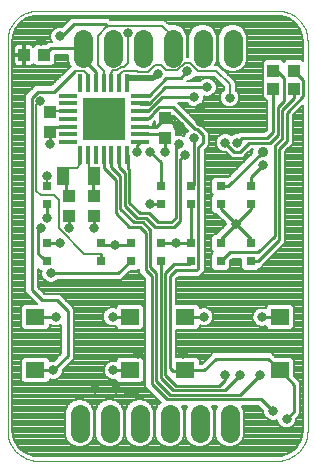
<source format=gtl>
G75*
%MOIN*%
%OFA0B0*%
%FSLAX24Y24*%
%IPPOS*%
%LPD*%
%AMOC8*
5,1,8,0,0,1.08239X$1,22.5*
%
%ADD10C,0.0000*%
%ADD11R,0.0600X0.0140*%
%ADD12R,0.0140X0.0600*%
%ADD13R,0.1440X0.1440*%
%ADD14R,0.0394X0.0433*%
%ADD15R,0.0315X0.0315*%
%ADD16C,0.0640*%
%ADD17R,0.0630X0.0551*%
%ADD18R,0.0394X0.0610*%
%ADD19C,0.0100*%
%ADD20C,0.0317*%
%ADD21C,0.0080*%
%ADD22C,0.0356*%
%ADD23C,0.0200*%
D10*
X000646Y001140D02*
X000646Y014140D01*
X000648Y014200D01*
X000653Y014261D01*
X000662Y014320D01*
X000675Y014379D01*
X000691Y014438D01*
X000711Y014495D01*
X000734Y014550D01*
X000761Y014605D01*
X000790Y014657D01*
X000823Y014708D01*
X000859Y014757D01*
X000897Y014803D01*
X000939Y014847D01*
X000983Y014889D01*
X001029Y014927D01*
X001078Y014963D01*
X001129Y014996D01*
X001181Y015025D01*
X001236Y015052D01*
X001291Y015075D01*
X001348Y015095D01*
X001407Y015111D01*
X001466Y015124D01*
X001525Y015133D01*
X001586Y015138D01*
X001646Y015140D01*
X009646Y015140D01*
X009706Y015138D01*
X009767Y015133D01*
X009826Y015124D01*
X009885Y015111D01*
X009944Y015095D01*
X010001Y015075D01*
X010056Y015052D01*
X010111Y015025D01*
X010163Y014996D01*
X010214Y014963D01*
X010263Y014927D01*
X010309Y014889D01*
X010353Y014847D01*
X010395Y014803D01*
X010433Y014757D01*
X010469Y014708D01*
X010502Y014657D01*
X010531Y014605D01*
X010558Y014550D01*
X010581Y014495D01*
X010601Y014438D01*
X010617Y014379D01*
X010630Y014320D01*
X010639Y014261D01*
X010644Y014200D01*
X010646Y014140D01*
X010646Y001140D01*
X010644Y001080D01*
X010639Y001019D01*
X010630Y000960D01*
X010617Y000901D01*
X010601Y000842D01*
X010581Y000785D01*
X010558Y000730D01*
X010531Y000675D01*
X010502Y000623D01*
X010469Y000572D01*
X010433Y000523D01*
X010395Y000477D01*
X010353Y000433D01*
X010309Y000391D01*
X010263Y000353D01*
X010214Y000317D01*
X010163Y000284D01*
X010111Y000255D01*
X010056Y000228D01*
X010001Y000205D01*
X009944Y000185D01*
X009885Y000169D01*
X009826Y000156D01*
X009767Y000147D01*
X009706Y000142D01*
X009646Y000140D01*
X001646Y000140D01*
X001586Y000142D01*
X001525Y000147D01*
X001466Y000156D01*
X001407Y000169D01*
X001348Y000185D01*
X001291Y000205D01*
X001236Y000228D01*
X001181Y000255D01*
X001129Y000284D01*
X001078Y000317D01*
X001029Y000353D01*
X000983Y000391D01*
X000939Y000433D01*
X000897Y000477D01*
X000859Y000523D01*
X000823Y000572D01*
X000790Y000623D01*
X000761Y000675D01*
X000734Y000730D01*
X000711Y000785D01*
X000691Y000842D01*
X000675Y000901D01*
X000662Y000960D01*
X000653Y001019D01*
X000648Y001080D01*
X000646Y001140D01*
D11*
X002646Y010770D03*
X002646Y011030D03*
X002646Y011280D03*
X002646Y011540D03*
X002646Y011800D03*
X002646Y012050D03*
X002646Y012310D03*
X005046Y012310D03*
X005046Y012050D03*
X005046Y011800D03*
X005046Y011540D03*
X005046Y011280D03*
X005046Y011030D03*
X005046Y010770D03*
D12*
X004616Y010340D03*
X004356Y010340D03*
X004106Y010340D03*
X003846Y010340D03*
X003586Y010340D03*
X003336Y010340D03*
X003076Y010340D03*
X003076Y012740D03*
X003336Y012740D03*
X003586Y012740D03*
X003846Y012740D03*
X004106Y012740D03*
X004356Y012740D03*
X004616Y012740D03*
D13*
X003846Y011540D03*
D14*
X002076Y011765D03*
X002076Y011095D03*
X002696Y008975D03*
X002696Y008305D03*
X003526Y008305D03*
X003526Y008975D03*
X005896Y010905D03*
X005896Y011575D03*
X009511Y012540D03*
X009511Y013140D03*
X010180Y013140D03*
X010180Y012540D03*
X001860Y013660D03*
X001191Y013660D03*
D15*
X001946Y009285D03*
X001946Y008695D03*
X001946Y007385D03*
X001946Y006795D03*
X003746Y006795D03*
X003746Y007385D03*
X004746Y007385D03*
X004746Y006795D03*
X005746Y006795D03*
X005746Y007385D03*
X005746Y008695D03*
X005746Y009285D03*
X006746Y009285D03*
X006746Y008695D03*
X007746Y008695D03*
X007746Y009285D03*
X008746Y009285D03*
X008746Y008695D03*
X008746Y007385D03*
X008746Y006795D03*
X007746Y006795D03*
X007746Y007385D03*
X006746Y007385D03*
X006746Y006795D03*
D16*
X007046Y001710D02*
X007046Y001070D01*
X008046Y001070D02*
X008046Y001710D01*
X006046Y001710D02*
X006046Y001070D01*
X005046Y001070D02*
X005046Y001710D01*
X004046Y001710D02*
X004046Y001070D01*
X003046Y001070D02*
X003046Y001710D01*
X003146Y013570D02*
X003146Y014210D01*
X004146Y014210D02*
X004146Y013570D01*
X005146Y013570D02*
X005146Y014210D01*
X006146Y014210D02*
X006146Y013570D01*
X007146Y013570D02*
X007146Y014210D01*
X008146Y014210D02*
X008146Y013570D01*
D17*
X009720Y004926D03*
X009720Y003154D03*
X006571Y003154D03*
X006571Y004926D03*
X004720Y004926D03*
X004720Y003154D03*
X001571Y003154D03*
X001571Y004926D03*
D18*
X002494Y009630D03*
X003518Y009630D03*
D19*
X003496Y009608D02*
X003496Y009090D01*
X003526Y008305D02*
X003526Y007910D01*
X003741Y007390D02*
X003746Y007385D01*
X003791Y007340D01*
X004216Y007340D01*
X004700Y007340D01*
X004746Y007385D01*
X004741Y007340D01*
X004746Y007385D02*
X004730Y007385D01*
X004746Y006795D02*
X004341Y006390D01*
X002096Y006390D01*
X001946Y006795D02*
X001646Y007045D01*
X001646Y007790D01*
X001746Y007890D01*
X001946Y008240D02*
X001946Y008695D01*
X001991Y008690D01*
X002596Y009140D02*
X002596Y009528D01*
X002046Y010690D02*
X002046Y011190D01*
X002136Y011280D01*
X002646Y011280D01*
X002196Y012440D02*
X001646Y012440D01*
X001446Y012240D01*
X001446Y005840D01*
X001796Y005490D01*
X002296Y005490D01*
X002646Y005140D01*
X002646Y003634D01*
X002166Y003154D01*
X001571Y003154D01*
X001996Y002540D02*
X003546Y002540D01*
X004246Y002540D01*
X004446Y002540D01*
X004546Y002440D01*
X004996Y002440D01*
X004996Y002540D01*
X004246Y002540D01*
X004177Y003154D02*
X004171Y003160D01*
X004177Y003154D02*
X004720Y003154D01*
X005446Y002690D02*
X005446Y006290D01*
X005246Y006490D01*
X005246Y007740D01*
X005046Y007940D01*
X004696Y007940D01*
X004246Y008390D01*
X004246Y009490D01*
X003846Y009890D01*
X003846Y010340D01*
X004106Y010340D02*
X004106Y009930D01*
X004396Y009640D01*
X004396Y008540D01*
X004846Y008090D01*
X005146Y008090D01*
X005396Y007840D01*
X005396Y006590D01*
X005596Y006390D01*
X005596Y002790D01*
X006046Y002340D01*
X008396Y002340D01*
X009046Y002990D01*
X009335Y003540D02*
X009720Y003154D01*
X010196Y002679D01*
X010196Y001790D01*
X009946Y001540D01*
X009496Y001790D02*
X009096Y002190D01*
X005946Y002190D01*
X005446Y002690D01*
X005746Y002890D02*
X006146Y002490D01*
X007896Y002490D01*
X008396Y002990D01*
X007896Y002990D02*
X007896Y002840D01*
X007696Y002640D01*
X006246Y002640D01*
X005896Y002990D01*
X005896Y006390D01*
X006196Y006690D01*
X006691Y006690D01*
X006746Y006795D01*
X007006Y006550D02*
X006946Y006490D01*
X006246Y006490D01*
X006046Y006290D01*
X006046Y003240D01*
X006146Y003140D01*
X006557Y003140D01*
X006571Y003154D01*
X007210Y003154D01*
X007596Y003540D01*
X009335Y003540D01*
X009126Y004930D02*
X009716Y004930D01*
X009720Y004926D01*
X008996Y006790D02*
X008750Y006790D01*
X008746Y006795D01*
X008996Y006790D02*
X009696Y007490D01*
X009696Y010540D01*
X009946Y010790D01*
X009946Y011740D01*
X010496Y012290D01*
X010496Y012825D01*
X010180Y013140D01*
X009846Y012890D02*
X009846Y012140D01*
X009646Y011940D01*
X009646Y010990D01*
X009396Y010740D01*
X008696Y010740D01*
X008396Y010440D01*
X008206Y010440D01*
X007906Y010740D01*
X008296Y010740D02*
X008446Y010890D01*
X009296Y010890D01*
X009496Y011090D01*
X009496Y012525D01*
X009511Y012540D01*
X009846Y012890D02*
X009646Y013090D01*
X009496Y013090D01*
X009496Y013140D01*
X009511Y013140D01*
X010180Y012540D02*
X010180Y012225D01*
X009796Y011840D01*
X009796Y010890D01*
X009546Y010640D01*
X009546Y007640D01*
X008996Y007090D01*
X008050Y007090D01*
X007746Y006795D01*
X007746Y007385D02*
X007746Y007540D01*
X008246Y008040D01*
X007746Y008540D01*
X007746Y008695D01*
X007746Y009285D02*
X007991Y009285D01*
X009146Y010440D01*
X009146Y009990D02*
X008746Y009590D01*
X008746Y009285D01*
X008746Y008695D02*
X008746Y008540D01*
X008246Y008040D01*
X008746Y007540D01*
X008746Y007385D01*
X007006Y006550D02*
X007006Y010600D01*
X007146Y010740D01*
X007146Y010990D01*
X006946Y011190D01*
X006896Y011190D01*
X006626Y011460D01*
X006576Y011520D01*
X006156Y011940D01*
X005696Y011940D01*
X005496Y011740D01*
X005496Y011690D01*
X005356Y011550D01*
X005306Y011550D01*
X005336Y011800D02*
X005046Y011800D01*
X005056Y012040D02*
X005046Y012050D01*
X005056Y012040D02*
X005346Y012040D01*
X005896Y012590D01*
X007296Y012590D01*
X006886Y012260D02*
X006876Y012250D01*
X006886Y012260D02*
X005796Y012260D01*
X005336Y011800D01*
X005346Y012310D02*
X005046Y012310D01*
X005346Y012310D02*
X005936Y012900D01*
X006416Y012900D01*
X006636Y013120D01*
X006146Y013890D02*
X006146Y014290D01*
X004646Y012890D02*
X004596Y012760D01*
X004616Y012740D01*
X003846Y012040D02*
X003846Y011540D01*
X004356Y010340D02*
X004356Y009930D01*
X004546Y009740D01*
X004546Y008640D01*
X004946Y008240D01*
X005246Y008240D01*
X005546Y007940D01*
X006196Y007940D01*
X006396Y008140D01*
X006396Y010190D01*
X006546Y010340D01*
X006246Y010590D02*
X006346Y010690D01*
X006246Y010590D02*
X006246Y008240D01*
X006096Y008090D01*
X005646Y008090D01*
X005346Y008390D01*
X005046Y008390D01*
X004696Y008740D01*
X004696Y009840D01*
X004646Y009890D01*
X004646Y010320D01*
X004616Y010340D01*
X004946Y010440D02*
X004946Y010670D01*
X005046Y010770D01*
X005066Y010790D01*
X005046Y011030D02*
X005821Y011030D01*
X005896Y010905D01*
X005896Y010440D01*
X005746Y010090D02*
X005746Y009285D01*
X005746Y008695D02*
X005400Y008695D01*
X005396Y008690D01*
X005746Y007385D02*
X006246Y007385D01*
X006746Y007385D01*
X006746Y008695D01*
X006746Y009285D02*
X006846Y009335D01*
X006846Y010890D01*
X006396Y011290D02*
X006246Y011290D01*
X005946Y011590D01*
X005896Y011575D02*
X005601Y011280D01*
X005046Y011280D01*
X005396Y010440D02*
X005746Y010090D01*
X003586Y012740D02*
X003586Y013100D01*
X003146Y013540D01*
X003146Y013890D01*
X002096Y013890D01*
X001996Y013790D01*
X001996Y013740D01*
X001866Y013610D01*
X001860Y013660D01*
X001496Y013990D02*
X001646Y014140D01*
X001746Y014140D01*
X002396Y014290D02*
X002446Y014290D01*
X002846Y014690D01*
X003926Y014690D01*
X003976Y014640D01*
X002906Y013140D02*
X002896Y013140D01*
X002196Y012440D01*
X002696Y008305D02*
X002696Y007910D01*
X002698Y007899D01*
X002396Y007390D02*
X001950Y007390D01*
X001946Y007385D01*
X001891Y007385D01*
X003750Y007040D02*
X003746Y006795D01*
X004741Y006790D02*
X004746Y006795D01*
X005746Y006795D02*
X005746Y002890D01*
X006546Y003179D02*
X006571Y003154D01*
X006571Y004926D02*
X006585Y004940D01*
X007186Y004940D01*
X004720Y004926D02*
X004160Y004926D01*
X004146Y004940D01*
X002246Y004940D02*
X002232Y004926D01*
X001571Y004926D01*
D20*
X002246Y004940D03*
X002096Y006390D03*
X002396Y007390D03*
X002698Y007899D03*
X003526Y007910D03*
X004216Y007340D03*
X005396Y008690D03*
X006246Y007385D03*
X007186Y004940D03*
X006496Y003690D03*
X007896Y002990D03*
X008396Y002990D03*
X009046Y002990D03*
X009496Y001790D03*
X009946Y001540D03*
X009126Y004930D03*
X008246Y008040D03*
X009146Y009990D03*
X008296Y010740D03*
X007906Y010740D03*
X007046Y011440D03*
X007046Y011890D03*
X006876Y012250D03*
X007296Y012590D03*
X006636Y013120D03*
X005646Y013040D03*
X004646Y014390D03*
X003846Y012040D03*
X003846Y011540D03*
X003846Y011040D03*
X004946Y010440D03*
X005396Y010440D03*
X005896Y010440D03*
X006346Y010690D03*
X006546Y010340D03*
X006846Y010890D03*
X006396Y011290D03*
X008046Y012240D03*
X004146Y004940D03*
X004996Y003690D03*
X004171Y003160D03*
X004246Y002540D03*
X003546Y002540D03*
X002166Y003154D03*
X001746Y007890D03*
X001946Y008240D03*
X001946Y009640D03*
X002046Y010690D03*
X001736Y012140D03*
X001746Y014140D03*
X002396Y014290D03*
D21*
X000816Y001009D02*
X000897Y000759D01*
X001052Y000546D01*
X001264Y000392D01*
X001514Y000310D01*
X001646Y000300D01*
X009646Y000300D01*
X009777Y000310D01*
X010027Y000392D01*
X010240Y000546D01*
X010394Y000759D01*
X010475Y001009D01*
X010486Y001140D01*
X010486Y011983D01*
X010156Y011653D01*
X010156Y010703D01*
X009906Y010453D01*
X009906Y007403D01*
X009206Y006703D01*
X009083Y006580D01*
X009063Y006580D01*
X009063Y006571D01*
X008969Y006477D01*
X008522Y006477D01*
X008428Y006571D01*
X008428Y006880D01*
X008135Y006880D01*
X008063Y006810D01*
X008063Y006571D01*
X007969Y006477D01*
X007522Y006477D01*
X007428Y006571D01*
X007428Y007018D01*
X007500Y007090D01*
X007428Y007162D01*
X007428Y007609D01*
X007522Y007703D01*
X007611Y007703D01*
X007927Y008019D01*
X007927Y008061D01*
X007611Y008377D01*
X007522Y008377D01*
X007428Y008471D01*
X007428Y008918D01*
X007500Y008990D01*
X007428Y009062D01*
X007428Y009509D01*
X007522Y009603D01*
X007969Y009603D01*
X007990Y009582D01*
X008808Y010399D01*
X008808Y010507D01*
X008817Y010530D01*
X008783Y010530D01*
X008606Y010353D01*
X008483Y010230D01*
X008119Y010230D01*
X007927Y010422D01*
X007842Y010422D01*
X007725Y010470D01*
X007636Y010560D01*
X007587Y010677D01*
X007587Y010803D01*
X007636Y010920D01*
X007725Y011010D01*
X007842Y011058D01*
X007969Y011058D01*
X008086Y011010D01*
X008101Y010995D01*
X008115Y011010D01*
X008232Y011058D01*
X008317Y011058D01*
X008359Y011100D01*
X009209Y011100D01*
X009286Y011177D01*
X009286Y012163D01*
X009248Y012163D01*
X009154Y012257D01*
X009154Y012823D01*
X009171Y012840D01*
X009154Y012857D01*
X009154Y013423D01*
X009248Y013517D01*
X009774Y013517D01*
X009846Y013445D01*
X009917Y013517D01*
X010443Y013517D01*
X010486Y013474D01*
X010486Y014140D01*
X010475Y014271D01*
X010394Y014521D01*
X010240Y014734D01*
X010027Y014888D01*
X009777Y014970D01*
X009646Y014980D01*
X001646Y014980D01*
X001514Y014970D01*
X001264Y014888D01*
X001052Y014734D01*
X000897Y014521D01*
X000816Y014271D01*
X000806Y014140D01*
X000806Y001140D01*
X000816Y001009D01*
X000818Y001004D02*
X002566Y001004D01*
X002566Y000975D02*
X002639Y000798D01*
X002774Y000663D01*
X002950Y000590D01*
X003141Y000590D01*
X003318Y000663D01*
X003453Y000798D01*
X003526Y000975D01*
X003526Y001805D01*
X003453Y001982D01*
X003318Y002117D01*
X003141Y002190D01*
X002950Y002190D01*
X002774Y002117D01*
X002639Y001982D01*
X002566Y001805D01*
X002566Y000975D01*
X002586Y000925D02*
X000843Y000925D01*
X000869Y000847D02*
X002619Y000847D01*
X002669Y000768D02*
X000894Y000768D01*
X000947Y000690D02*
X002747Y000690D01*
X002900Y000611D02*
X001005Y000611D01*
X001070Y000533D02*
X010221Y000533D01*
X010287Y000611D02*
X008192Y000611D01*
X008141Y000590D02*
X008318Y000663D01*
X008453Y000798D01*
X008526Y000975D01*
X008526Y001805D01*
X008453Y001980D01*
X009009Y001980D01*
X009177Y001811D01*
X009177Y001727D01*
X009226Y001610D01*
X009315Y001520D01*
X009432Y001472D01*
X009559Y001472D01*
X009627Y001500D01*
X009627Y001477D01*
X009676Y001360D01*
X009765Y001270D01*
X009882Y001222D01*
X010009Y001222D01*
X010126Y001270D01*
X010216Y001360D01*
X010264Y001477D01*
X010264Y001561D01*
X010283Y001580D01*
X010406Y001703D01*
X010406Y002766D01*
X010195Y002976D01*
X010195Y003496D01*
X010102Y003590D01*
X009582Y003590D01*
X009422Y003750D01*
X007509Y003750D01*
X007386Y003627D01*
X007123Y003364D01*
X007046Y003364D01*
X007046Y003496D01*
X006952Y003590D01*
X006256Y003590D01*
X006256Y004490D01*
X006952Y004490D01*
X007046Y004584D01*
X007046Y004653D01*
X007122Y004622D01*
X007249Y004622D01*
X007366Y004670D01*
X007456Y004760D01*
X007504Y004877D01*
X007504Y005003D01*
X007456Y005120D01*
X007366Y005210D01*
X007249Y005258D01*
X007122Y005258D01*
X007046Y005227D01*
X007046Y005268D01*
X006952Y005361D01*
X006256Y005361D01*
X006256Y006203D01*
X006333Y006280D01*
X007033Y006280D01*
X007216Y006463D01*
X007216Y010513D01*
X007356Y010653D01*
X007356Y011077D01*
X007033Y011400D01*
X006983Y011400D01*
X006786Y011597D01*
X006786Y011607D01*
X006731Y011662D01*
X006681Y011721D01*
X006670Y011722D01*
X006343Y012050D01*
X006625Y012050D01*
X006695Y011980D01*
X006812Y011932D01*
X006939Y011932D01*
X007056Y011980D01*
X007146Y012070D01*
X007194Y012187D01*
X007194Y012287D01*
X007232Y012272D01*
X007359Y012272D01*
X007476Y012320D01*
X007566Y012410D01*
X007614Y012527D01*
X007614Y012653D01*
X007566Y012770D01*
X007476Y012860D01*
X007359Y012908D01*
X007232Y012908D01*
X007115Y012860D01*
X007055Y012800D01*
X006613Y012800D01*
X006614Y012802D01*
X006699Y012802D01*
X006816Y012850D01*
X006906Y012940D01*
X007513Y012940D01*
X007846Y012607D01*
X007846Y012490D01*
X007776Y012420D01*
X007727Y012303D01*
X007727Y012177D01*
X007776Y012060D01*
X007865Y011970D01*
X007982Y011922D01*
X008109Y011922D01*
X008226Y011970D01*
X008316Y012060D01*
X008364Y012177D01*
X008364Y012303D01*
X008316Y012420D01*
X008246Y012490D01*
X008246Y012773D01*
X008129Y012890D01*
X007679Y013340D01*
X007570Y013340D01*
X007626Y013475D01*
X007626Y014305D01*
X007553Y014482D01*
X007418Y014617D01*
X007241Y014690D01*
X007050Y014690D01*
X006874Y014617D01*
X006739Y014482D01*
X006666Y014305D01*
X006666Y013590D01*
X006626Y013590D01*
X006626Y014305D01*
X006553Y014482D01*
X006418Y014617D01*
X006241Y014690D01*
X006050Y014690D01*
X006035Y014684D01*
X005879Y014840D01*
X004073Y014840D01*
X004013Y014900D01*
X002759Y014900D01*
X002636Y014777D01*
X002465Y014606D01*
X002459Y014608D01*
X002332Y014608D01*
X002215Y014560D01*
X002126Y014470D01*
X002077Y014353D01*
X002077Y014227D01*
X002126Y014110D01*
X002135Y014100D01*
X002009Y014100D01*
X001945Y014037D01*
X001597Y014037D01*
X001508Y013948D01*
X001500Y013962D01*
X001474Y013989D01*
X001442Y014007D01*
X001406Y014017D01*
X001231Y014017D01*
X001231Y013700D01*
X001151Y013700D01*
X001151Y013620D01*
X000854Y013620D01*
X000854Y013425D01*
X000864Y013389D01*
X000882Y013358D01*
X000908Y013331D01*
X000940Y013313D01*
X000976Y013303D01*
X001151Y013303D01*
X001151Y013620D01*
X001231Y013620D01*
X001231Y013303D01*
X001406Y013303D01*
X001442Y013313D01*
X001474Y013331D01*
X001500Y013358D01*
X001508Y013372D01*
X001597Y013283D01*
X002123Y013283D01*
X002217Y013377D01*
X002217Y013680D01*
X002666Y013680D01*
X002666Y013475D01*
X002739Y013298D01*
X002748Y013289D01*
X002109Y012650D01*
X001559Y012650D01*
X001436Y012527D01*
X001359Y012450D01*
X001359Y012450D01*
X001236Y012327D01*
X001236Y005753D01*
X001586Y005403D01*
X001627Y005361D01*
X001190Y005361D01*
X001096Y005268D01*
X001096Y004584D01*
X001190Y004490D01*
X001952Y004490D01*
X002046Y004584D01*
X002046Y004690D01*
X002065Y004670D01*
X002182Y004622D01*
X002309Y004622D01*
X002426Y004670D01*
X002436Y004680D01*
X002436Y003721D01*
X002187Y003473D01*
X002102Y003473D01*
X002046Y003449D01*
X002046Y003496D01*
X001952Y003590D01*
X001190Y003590D01*
X001096Y003496D01*
X001096Y002812D01*
X001190Y002719D01*
X001952Y002719D01*
X002046Y002812D01*
X002046Y002859D01*
X002102Y002836D01*
X002229Y002836D01*
X002346Y002884D01*
X002436Y002974D01*
X002484Y003091D01*
X002484Y003176D01*
X002856Y003547D01*
X002856Y005227D01*
X002733Y005350D01*
X002383Y005700D01*
X001883Y005700D01*
X001656Y005927D01*
X001656Y006543D01*
X001722Y006477D01*
X001787Y006477D01*
X001777Y006453D01*
X001777Y006327D01*
X001826Y006210D01*
X001915Y006120D01*
X002032Y006072D01*
X002159Y006072D01*
X002276Y006120D01*
X002336Y006180D01*
X004428Y006180D01*
X004725Y006477D01*
X004969Y006477D01*
X005036Y006543D01*
X005036Y006403D01*
X005236Y006203D01*
X005236Y002603D01*
X005359Y002480D01*
X005736Y002103D01*
X005748Y002091D01*
X005639Y001982D01*
X005566Y001805D01*
X005566Y000975D01*
X005639Y000798D01*
X005774Y000663D01*
X005950Y000590D01*
X006141Y000590D01*
X006318Y000663D01*
X006453Y000798D01*
X006526Y000975D01*
X006526Y001805D01*
X006453Y001980D01*
X006638Y001980D01*
X006566Y001805D01*
X006566Y000975D01*
X006639Y000798D01*
X006774Y000663D01*
X006950Y000590D01*
X007141Y000590D01*
X007318Y000663D01*
X007453Y000798D01*
X007526Y000975D01*
X007526Y001805D01*
X007453Y001980D01*
X007638Y001980D01*
X007566Y001805D01*
X007566Y000975D01*
X007639Y000798D01*
X007774Y000663D01*
X007950Y000590D01*
X008141Y000590D01*
X008344Y000690D02*
X010344Y000690D01*
X010397Y000768D02*
X008423Y000768D01*
X008473Y000847D02*
X010423Y000847D01*
X010448Y000925D02*
X008505Y000925D01*
X008526Y001004D02*
X010474Y001004D01*
X010481Y001082D02*
X008526Y001082D01*
X008526Y001161D02*
X010486Y001161D01*
X010486Y001239D02*
X010051Y001239D01*
X010174Y001318D02*
X010486Y001318D01*
X010486Y001396D02*
X010231Y001396D01*
X010263Y001475D02*
X010486Y001475D01*
X010486Y001553D02*
X010264Y001553D01*
X010334Y001632D02*
X010486Y001632D01*
X010486Y001710D02*
X010406Y001710D01*
X010406Y001789D02*
X010486Y001789D01*
X010486Y001867D02*
X010406Y001867D01*
X010406Y001946D02*
X010486Y001946D01*
X010486Y002024D02*
X010406Y002024D01*
X010406Y002103D02*
X010486Y002103D01*
X010486Y002181D02*
X010406Y002181D01*
X010406Y002260D02*
X010486Y002260D01*
X010486Y002338D02*
X010406Y002338D01*
X010406Y002417D02*
X010486Y002417D01*
X010486Y002495D02*
X010406Y002495D01*
X010406Y002574D02*
X010486Y002574D01*
X010486Y002652D02*
X010406Y002652D01*
X010406Y002731D02*
X010486Y002731D01*
X010486Y002809D02*
X010363Y002809D01*
X010284Y002888D02*
X010486Y002888D01*
X010486Y002966D02*
X010206Y002966D01*
X010195Y003045D02*
X010486Y003045D01*
X010486Y003123D02*
X010195Y003123D01*
X010195Y003202D02*
X010486Y003202D01*
X010486Y003280D02*
X010195Y003280D01*
X010195Y003359D02*
X010486Y003359D01*
X010486Y003437D02*
X010195Y003437D01*
X010176Y003516D02*
X010486Y003516D01*
X010486Y003594D02*
X009578Y003594D01*
X009499Y003673D02*
X010486Y003673D01*
X010486Y003751D02*
X006256Y003751D01*
X006256Y003673D02*
X007431Y003673D01*
X007353Y003594D02*
X006256Y003594D01*
X006256Y003830D02*
X010486Y003830D01*
X010486Y003908D02*
X006256Y003908D01*
X006256Y003987D02*
X010486Y003987D01*
X010486Y004065D02*
X006256Y004065D01*
X006256Y004144D02*
X010486Y004144D01*
X010486Y004222D02*
X006256Y004222D01*
X006256Y004301D02*
X010486Y004301D01*
X010486Y004379D02*
X006256Y004379D01*
X006256Y004458D02*
X010486Y004458D01*
X010486Y004536D02*
X010148Y004536D01*
X010102Y004490D02*
X010195Y004584D01*
X010195Y005268D01*
X010102Y005361D01*
X009339Y005361D01*
X009246Y005268D01*
X009246Y005225D01*
X009189Y005248D01*
X009062Y005248D01*
X008945Y005200D01*
X008856Y005110D01*
X008807Y004993D01*
X008807Y004867D01*
X008856Y004750D01*
X008945Y004660D01*
X009062Y004612D01*
X009189Y004612D01*
X009246Y004635D01*
X009246Y004584D01*
X009339Y004490D01*
X010102Y004490D01*
X010195Y004615D02*
X010486Y004615D01*
X010486Y004693D02*
X010195Y004693D01*
X010195Y004772D02*
X010486Y004772D01*
X010486Y004850D02*
X010195Y004850D01*
X010195Y004929D02*
X010486Y004929D01*
X010486Y005007D02*
X010195Y005007D01*
X010195Y005086D02*
X010486Y005086D01*
X010486Y005164D02*
X010195Y005164D01*
X010195Y005243D02*
X010486Y005243D01*
X010486Y005321D02*
X010142Y005321D01*
X010486Y005400D02*
X006256Y005400D01*
X006256Y005478D02*
X010486Y005478D01*
X010486Y005557D02*
X006256Y005557D01*
X006256Y005635D02*
X010486Y005635D01*
X010486Y005714D02*
X006256Y005714D01*
X006256Y005792D02*
X010486Y005792D01*
X010486Y005871D02*
X006256Y005871D01*
X006256Y005949D02*
X010486Y005949D01*
X010486Y006028D02*
X006256Y006028D01*
X006256Y006106D02*
X010486Y006106D01*
X010486Y006185D02*
X006256Y006185D01*
X006316Y006263D02*
X010486Y006263D01*
X010486Y006342D02*
X007094Y006342D01*
X007173Y006420D02*
X010486Y006420D01*
X010486Y006499D02*
X008991Y006499D01*
X009063Y006577D02*
X010486Y006577D01*
X010486Y006656D02*
X009158Y006656D01*
X009237Y006734D02*
X010486Y006734D01*
X010486Y006813D02*
X009315Y006813D01*
X009394Y006891D02*
X010486Y006891D01*
X010486Y006970D02*
X009472Y006970D01*
X009551Y007048D02*
X010486Y007048D01*
X010486Y007127D02*
X009629Y007127D01*
X009708Y007205D02*
X010486Y007205D01*
X010486Y007284D02*
X009786Y007284D01*
X009865Y007362D02*
X010486Y007362D01*
X010486Y007441D02*
X009906Y007441D01*
X009906Y007519D02*
X010486Y007519D01*
X010486Y007598D02*
X009906Y007598D01*
X009906Y007676D02*
X010486Y007676D01*
X010486Y007755D02*
X009906Y007755D01*
X009906Y007833D02*
X010486Y007833D01*
X010486Y007912D02*
X009906Y007912D01*
X009906Y007990D02*
X010486Y007990D01*
X010486Y008069D02*
X009906Y008069D01*
X009906Y008147D02*
X010486Y008147D01*
X010486Y008226D02*
X009906Y008226D01*
X009906Y008304D02*
X010486Y008304D01*
X010486Y008383D02*
X009906Y008383D01*
X009906Y008461D02*
X010486Y008461D01*
X010486Y008540D02*
X009906Y008540D01*
X009906Y008618D02*
X010486Y008618D01*
X010486Y008697D02*
X009906Y008697D01*
X009906Y008775D02*
X010486Y008775D01*
X010486Y008854D02*
X009906Y008854D01*
X009906Y008932D02*
X010486Y008932D01*
X010486Y009011D02*
X009906Y009011D01*
X009906Y009089D02*
X010486Y009089D01*
X010486Y009168D02*
X009906Y009168D01*
X009906Y009246D02*
X010486Y009246D01*
X010486Y009325D02*
X009906Y009325D01*
X009906Y009403D02*
X010486Y009403D01*
X010486Y009482D02*
X009906Y009482D01*
X009906Y009560D02*
X010486Y009560D01*
X010486Y009639D02*
X009906Y009639D01*
X009906Y009717D02*
X010486Y009717D01*
X010486Y009796D02*
X009906Y009796D01*
X009906Y009874D02*
X010486Y009874D01*
X010486Y009953D02*
X009906Y009953D01*
X009906Y010031D02*
X010486Y010031D01*
X010486Y010110D02*
X009906Y010110D01*
X009906Y010188D02*
X010486Y010188D01*
X010486Y010267D02*
X009906Y010267D01*
X009906Y010345D02*
X010486Y010345D01*
X010486Y010424D02*
X009906Y010424D01*
X009955Y010502D02*
X010486Y010502D01*
X010486Y010581D02*
X010033Y010581D01*
X010112Y010659D02*
X010486Y010659D01*
X010486Y010738D02*
X010156Y010738D01*
X010156Y010816D02*
X010486Y010816D01*
X010486Y010895D02*
X010156Y010895D01*
X010156Y010973D02*
X010486Y010973D01*
X010486Y011052D02*
X010156Y011052D01*
X010156Y011130D02*
X010486Y011130D01*
X010486Y011209D02*
X010156Y011209D01*
X010156Y011287D02*
X010486Y011287D01*
X010486Y011366D02*
X010156Y011366D01*
X010156Y011444D02*
X010486Y011444D01*
X010486Y011523D02*
X010156Y011523D01*
X010156Y011601D02*
X010486Y011601D01*
X010486Y011680D02*
X010182Y011680D01*
X010261Y011758D02*
X010486Y011758D01*
X010486Y011837D02*
X010339Y011837D01*
X010418Y011915D02*
X010486Y011915D01*
X009286Y011915D02*
X006478Y011915D01*
X006556Y011837D02*
X009286Y011837D01*
X009286Y011758D02*
X006635Y011758D01*
X006716Y011680D02*
X009286Y011680D01*
X009286Y011601D02*
X006786Y011601D01*
X006860Y011523D02*
X009286Y011523D01*
X009286Y011444D02*
X006939Y011444D01*
X007067Y011366D02*
X009286Y011366D01*
X009286Y011287D02*
X007146Y011287D01*
X007224Y011209D02*
X009286Y011209D01*
X009239Y011130D02*
X007303Y011130D01*
X007356Y011052D02*
X007826Y011052D01*
X007688Y010973D02*
X007356Y010973D01*
X007356Y010895D02*
X007625Y010895D01*
X007593Y010816D02*
X007356Y010816D01*
X007356Y010738D02*
X007587Y010738D01*
X007595Y010659D02*
X007356Y010659D01*
X007283Y010581D02*
X007627Y010581D01*
X007693Y010502D02*
X007216Y010502D01*
X007216Y010424D02*
X007838Y010424D01*
X008004Y010345D02*
X007216Y010345D01*
X007216Y010267D02*
X008082Y010267D01*
X008283Y009874D02*
X007216Y009874D01*
X007216Y009796D02*
X008204Y009796D01*
X008126Y009717D02*
X007216Y009717D01*
X007216Y009639D02*
X008047Y009639D01*
X008361Y009953D02*
X007216Y009953D01*
X007216Y010031D02*
X008440Y010031D01*
X008518Y010110D02*
X007216Y010110D01*
X007216Y010188D02*
X008597Y010188D01*
X008519Y010267D02*
X008675Y010267D01*
X008598Y010345D02*
X008754Y010345D01*
X008808Y010424D02*
X008676Y010424D01*
X008755Y010502D02*
X008808Y010502D01*
X008216Y011052D02*
X007986Y011052D01*
X007842Y011994D02*
X007070Y011994D01*
X007147Y012072D02*
X007771Y012072D01*
X007738Y012151D02*
X007179Y012151D01*
X007194Y012229D02*
X007727Y012229D01*
X007729Y012308D02*
X007446Y012308D01*
X007542Y012386D02*
X007762Y012386D01*
X007820Y012465D02*
X007588Y012465D01*
X007614Y012543D02*
X007846Y012543D01*
X007831Y012622D02*
X007614Y012622D01*
X007595Y012700D02*
X007753Y012700D01*
X007674Y012779D02*
X007557Y012779D01*
X007596Y012857D02*
X007479Y012857D01*
X007517Y012936D02*
X006902Y012936D01*
X006906Y012940D02*
X006906Y012940D01*
X006823Y012857D02*
X007112Y012857D01*
X006986Y013140D02*
X007596Y013140D01*
X008046Y012690D01*
X008046Y012240D01*
X008271Y012465D02*
X009154Y012465D01*
X009154Y012543D02*
X008246Y012543D01*
X008246Y012622D02*
X009154Y012622D01*
X009154Y012700D02*
X008246Y012700D01*
X008240Y012779D02*
X009154Y012779D01*
X009154Y012857D02*
X008161Y012857D01*
X008083Y012936D02*
X009154Y012936D01*
X009154Y013014D02*
X008004Y013014D01*
X008044Y013093D02*
X007926Y013093D01*
X007874Y013163D02*
X008050Y013090D01*
X008241Y013090D01*
X008418Y013163D01*
X008553Y013298D01*
X008626Y013475D01*
X008626Y014305D01*
X008553Y014482D01*
X008418Y014617D01*
X008241Y014690D01*
X008050Y014690D01*
X007874Y014617D01*
X007739Y014482D01*
X007666Y014305D01*
X007666Y013475D01*
X007739Y013298D01*
X007874Y013163D01*
X007866Y013171D02*
X007847Y013171D01*
X007787Y013250D02*
X007769Y013250D01*
X007726Y013328D02*
X007690Y013328D01*
X007694Y013407D02*
X007598Y013407D01*
X007626Y013485D02*
X007666Y013485D01*
X007666Y013564D02*
X007626Y013564D01*
X007626Y013642D02*
X007666Y013642D01*
X007666Y013721D02*
X007626Y013721D01*
X007626Y013799D02*
X007666Y013799D01*
X007666Y013878D02*
X007626Y013878D01*
X007626Y013956D02*
X007666Y013956D01*
X007666Y014035D02*
X007626Y014035D01*
X007626Y014113D02*
X007666Y014113D01*
X007666Y014192D02*
X007626Y014192D01*
X007626Y014270D02*
X007666Y014270D01*
X007684Y014349D02*
X007608Y014349D01*
X007575Y014427D02*
X007716Y014427D01*
X007762Y014506D02*
X007529Y014506D01*
X007450Y014584D02*
X007841Y014584D01*
X007984Y014663D02*
X007307Y014663D01*
X006984Y014663D02*
X006307Y014663D01*
X006450Y014584D02*
X006841Y014584D01*
X006762Y014506D02*
X006529Y014506D01*
X006575Y014427D02*
X006716Y014427D01*
X006684Y014349D02*
X006608Y014349D01*
X006626Y014270D02*
X006666Y014270D01*
X006666Y014192D02*
X006626Y014192D01*
X006626Y014113D02*
X006666Y014113D01*
X006666Y014035D02*
X006626Y014035D01*
X006626Y013956D02*
X006666Y013956D01*
X006666Y013878D02*
X006626Y013878D01*
X006626Y013799D02*
X006666Y013799D01*
X006666Y013721D02*
X006626Y013721D01*
X006626Y013642D02*
X006666Y013642D01*
X006736Y013390D02*
X006546Y013390D01*
X006306Y013150D01*
X005936Y013150D01*
X005746Y013340D01*
X005556Y013340D01*
X005326Y013110D01*
X005006Y013110D01*
X004986Y013130D01*
X004506Y013130D01*
X004366Y012990D01*
X004356Y012740D01*
X004106Y012740D02*
X004106Y012950D01*
X004096Y012990D01*
X004096Y013070D01*
X004176Y013150D01*
X004306Y013150D01*
X004416Y013260D01*
X004516Y013260D01*
X004646Y013390D01*
X004646Y014390D01*
X003976Y014640D02*
X005796Y014640D01*
X006146Y014290D01*
X005977Y014741D02*
X010230Y014741D01*
X010292Y014663D02*
X008307Y014663D01*
X008450Y014584D02*
X010349Y014584D01*
X010399Y014506D02*
X008529Y014506D01*
X008575Y014427D02*
X010425Y014427D01*
X010450Y014349D02*
X008608Y014349D01*
X008626Y014270D02*
X010475Y014270D01*
X010482Y014192D02*
X008626Y014192D01*
X008626Y014113D02*
X010486Y014113D01*
X010486Y014035D02*
X008626Y014035D01*
X008626Y013956D02*
X010486Y013956D01*
X010486Y013878D02*
X008626Y013878D01*
X008626Y013799D02*
X010486Y013799D01*
X010486Y013721D02*
X008626Y013721D01*
X008626Y013642D02*
X010486Y013642D01*
X010486Y013564D02*
X008626Y013564D01*
X008626Y013485D02*
X009216Y013485D01*
X009154Y013407D02*
X008598Y013407D01*
X008565Y013328D02*
X009154Y013328D01*
X009154Y013250D02*
X008504Y013250D01*
X008426Y013171D02*
X009154Y013171D01*
X009154Y013093D02*
X008247Y013093D01*
X008330Y012386D02*
X009154Y012386D01*
X009154Y012308D02*
X008362Y012308D01*
X008364Y012229D02*
X009182Y012229D01*
X009286Y012151D02*
X008353Y012151D01*
X008321Y012072D02*
X009286Y012072D01*
X009286Y011994D02*
X008250Y011994D01*
X006986Y013140D02*
X006736Y013390D01*
X005899Y014820D02*
X010122Y014820D01*
X009997Y014898D02*
X004015Y014898D01*
X003976Y014640D02*
X003646Y014310D01*
X003646Y013340D01*
X003846Y013140D01*
X003846Y012740D01*
X003336Y012740D02*
X003336Y013000D01*
X003196Y013140D01*
X002906Y013140D01*
X002708Y013250D02*
X000806Y013250D01*
X000806Y013328D02*
X000914Y013328D01*
X000859Y013407D02*
X000806Y013407D01*
X000806Y013485D02*
X000854Y013485D01*
X000854Y013564D02*
X000806Y013564D01*
X000806Y013642D02*
X001151Y013642D01*
X001151Y013700D02*
X000854Y013700D01*
X000854Y013895D01*
X000864Y013931D01*
X000882Y013962D01*
X000908Y013989D01*
X000940Y014007D01*
X000976Y014017D01*
X001151Y014017D01*
X001151Y013700D01*
X001151Y013721D02*
X001231Y013721D01*
X001231Y013799D02*
X001151Y013799D01*
X001151Y013878D02*
X001231Y013878D01*
X001231Y013956D02*
X001151Y013956D01*
X000878Y013956D02*
X000806Y013956D01*
X000806Y013878D02*
X000854Y013878D01*
X000854Y013799D02*
X000806Y013799D01*
X000806Y013721D02*
X000854Y013721D01*
X000806Y014035D02*
X001595Y014035D01*
X001517Y013956D02*
X001504Y013956D01*
X001231Y013564D02*
X001151Y013564D01*
X001151Y013485D02*
X001231Y013485D01*
X001231Y013407D02*
X001151Y013407D01*
X001151Y013328D02*
X001231Y013328D01*
X001468Y013328D02*
X001553Y013328D01*
X001530Y012622D02*
X000806Y012622D01*
X000806Y012700D02*
X002159Y012700D01*
X002237Y012779D02*
X000806Y012779D01*
X000806Y012857D02*
X002316Y012857D01*
X002394Y012936D02*
X000806Y012936D01*
X000806Y013014D02*
X002473Y013014D01*
X002551Y013093D02*
X000806Y013093D01*
X000806Y013171D02*
X002630Y013171D01*
X002726Y013328D02*
X002168Y013328D01*
X002217Y013407D02*
X002694Y013407D01*
X002666Y013485D02*
X002217Y013485D01*
X002217Y013564D02*
X002666Y013564D01*
X002666Y013642D02*
X002217Y013642D01*
X002124Y014113D02*
X000806Y014113D01*
X000810Y014192D02*
X002092Y014192D01*
X002077Y014270D02*
X000816Y014270D01*
X000841Y014349D02*
X002077Y014349D01*
X002108Y014427D02*
X000867Y014427D01*
X000892Y014506D02*
X002161Y014506D01*
X002273Y014584D02*
X000943Y014584D01*
X001000Y014663D02*
X002521Y014663D01*
X002600Y014741D02*
X001061Y014741D01*
X001170Y014820D02*
X002678Y014820D01*
X002757Y014898D02*
X001294Y014898D01*
X001602Y014977D02*
X009690Y014977D01*
X009806Y013485D02*
X009886Y013485D01*
X010475Y013485D02*
X010486Y013485D01*
X007479Y009560D02*
X007216Y009560D01*
X007216Y009482D02*
X007428Y009482D01*
X007428Y009403D02*
X007216Y009403D01*
X007216Y009325D02*
X007428Y009325D01*
X007428Y009246D02*
X007216Y009246D01*
X007216Y009168D02*
X007428Y009168D01*
X007428Y009089D02*
X007216Y009089D01*
X007216Y009011D02*
X007479Y009011D01*
X007442Y008932D02*
X007216Y008932D01*
X007216Y008854D02*
X007428Y008854D01*
X007428Y008775D02*
X007216Y008775D01*
X007216Y008697D02*
X007428Y008697D01*
X007428Y008618D02*
X007216Y008618D01*
X007216Y008540D02*
X007428Y008540D01*
X007438Y008461D02*
X007216Y008461D01*
X007216Y008383D02*
X007517Y008383D01*
X007685Y008304D02*
X007216Y008304D01*
X007216Y008226D02*
X007763Y008226D01*
X007842Y008147D02*
X007216Y008147D01*
X007216Y008069D02*
X007920Y008069D01*
X007899Y007990D02*
X007216Y007990D01*
X007216Y007912D02*
X007820Y007912D01*
X007742Y007833D02*
X007216Y007833D01*
X007216Y007755D02*
X007663Y007755D01*
X007495Y007676D02*
X007216Y007676D01*
X007216Y007598D02*
X007428Y007598D01*
X007428Y007519D02*
X007216Y007519D01*
X007216Y007441D02*
X007428Y007441D01*
X007428Y007362D02*
X007216Y007362D01*
X007216Y007284D02*
X007428Y007284D01*
X007428Y007205D02*
X007216Y007205D01*
X007216Y007127D02*
X007463Y007127D01*
X007458Y007048D02*
X007216Y007048D01*
X007216Y006970D02*
X007428Y006970D01*
X007428Y006891D02*
X007216Y006891D01*
X007216Y006813D02*
X007428Y006813D01*
X007428Y006734D02*
X007216Y006734D01*
X007216Y006656D02*
X007428Y006656D01*
X007428Y006577D02*
X007216Y006577D01*
X007216Y006499D02*
X007501Y006499D01*
X007991Y006499D02*
X008501Y006499D01*
X008428Y006577D02*
X008063Y006577D01*
X008063Y006656D02*
X008428Y006656D01*
X008428Y006734D02*
X008063Y006734D01*
X008066Y006813D02*
X008428Y006813D01*
X009048Y005243D02*
X007287Y005243D01*
X007412Y005164D02*
X008909Y005164D01*
X008845Y005086D02*
X007470Y005086D01*
X007503Y005007D02*
X008813Y005007D01*
X008807Y004929D02*
X007504Y004929D01*
X007493Y004850D02*
X008814Y004850D01*
X008847Y004772D02*
X007461Y004772D01*
X007389Y004693D02*
X008912Y004693D01*
X009055Y004615D02*
X007046Y004615D01*
X006998Y004536D02*
X009293Y004536D01*
X009246Y004615D02*
X009196Y004615D01*
X009203Y005243D02*
X009246Y005243D01*
X009299Y005321D02*
X006993Y005321D01*
X007046Y005243D02*
X007084Y005243D01*
X007026Y003516D02*
X007274Y003516D01*
X007196Y003437D02*
X007046Y003437D01*
X007468Y001946D02*
X007624Y001946D01*
X007591Y001867D02*
X007500Y001867D01*
X007526Y001789D02*
X007566Y001789D01*
X007566Y001710D02*
X007526Y001710D01*
X007526Y001632D02*
X007566Y001632D01*
X007566Y001553D02*
X007526Y001553D01*
X007526Y001475D02*
X007566Y001475D01*
X007566Y001396D02*
X007526Y001396D01*
X007526Y001318D02*
X007566Y001318D01*
X007566Y001239D02*
X007526Y001239D01*
X007526Y001161D02*
X007566Y001161D01*
X007566Y001082D02*
X007526Y001082D01*
X007526Y001004D02*
X007566Y001004D01*
X007586Y000925D02*
X007505Y000925D01*
X007473Y000847D02*
X007619Y000847D01*
X007669Y000768D02*
X007423Y000768D01*
X007344Y000690D02*
X007747Y000690D01*
X007900Y000611D02*
X007192Y000611D01*
X006900Y000611D02*
X006192Y000611D01*
X006344Y000690D02*
X006747Y000690D01*
X006669Y000768D02*
X006423Y000768D01*
X006473Y000847D02*
X006619Y000847D01*
X006586Y000925D02*
X006505Y000925D01*
X006526Y001004D02*
X006566Y001004D01*
X006566Y001082D02*
X006526Y001082D01*
X006526Y001161D02*
X006566Y001161D01*
X006566Y001239D02*
X006526Y001239D01*
X006526Y001318D02*
X006566Y001318D01*
X006566Y001396D02*
X006526Y001396D01*
X006526Y001475D02*
X006566Y001475D01*
X006566Y001553D02*
X006526Y001553D01*
X006526Y001632D02*
X006566Y001632D01*
X006566Y001710D02*
X006526Y001710D01*
X006526Y001789D02*
X006566Y001789D01*
X006591Y001867D02*
X006500Y001867D01*
X006468Y001946D02*
X006624Y001946D01*
X005736Y002103D02*
X005332Y002103D01*
X005318Y002117D02*
X005141Y002190D01*
X004950Y002190D01*
X004774Y002117D01*
X004639Y001982D01*
X004566Y001805D01*
X004566Y000975D01*
X004639Y000798D01*
X004774Y000663D01*
X004950Y000590D01*
X005141Y000590D01*
X005318Y000663D01*
X005453Y000798D01*
X005526Y000975D01*
X005526Y001805D01*
X005453Y001982D01*
X005318Y002117D01*
X005411Y002024D02*
X005681Y002024D01*
X005624Y001946D02*
X005468Y001946D01*
X005500Y001867D02*
X005591Y001867D01*
X005566Y001789D02*
X005526Y001789D01*
X005526Y001710D02*
X005566Y001710D01*
X005566Y001632D02*
X005526Y001632D01*
X005526Y001553D02*
X005566Y001553D01*
X005566Y001475D02*
X005526Y001475D01*
X005526Y001396D02*
X005566Y001396D01*
X005566Y001318D02*
X005526Y001318D01*
X005526Y001239D02*
X005566Y001239D01*
X005566Y001161D02*
X005526Y001161D01*
X005526Y001082D02*
X005566Y001082D01*
X005566Y001004D02*
X005526Y001004D01*
X005505Y000925D02*
X005586Y000925D01*
X005619Y000847D02*
X005473Y000847D01*
X005423Y000768D02*
X005669Y000768D01*
X005747Y000690D02*
X005344Y000690D01*
X005192Y000611D02*
X005900Y000611D01*
X004900Y000611D02*
X004192Y000611D01*
X004141Y000590D02*
X004318Y000663D01*
X004453Y000798D01*
X004526Y000975D01*
X004526Y001805D01*
X004453Y001982D01*
X004318Y002117D01*
X004141Y002190D01*
X003950Y002190D01*
X003774Y002117D01*
X003639Y001982D01*
X003566Y001805D01*
X003566Y000975D01*
X003639Y000798D01*
X003774Y000663D01*
X003950Y000590D01*
X004141Y000590D01*
X004344Y000690D02*
X004747Y000690D01*
X004669Y000768D02*
X004423Y000768D01*
X004473Y000847D02*
X004619Y000847D01*
X004586Y000925D02*
X004505Y000925D01*
X004526Y001004D02*
X004566Y001004D01*
X004566Y001082D02*
X004526Y001082D01*
X004526Y001161D02*
X004566Y001161D01*
X004566Y001239D02*
X004526Y001239D01*
X004526Y001318D02*
X004566Y001318D01*
X004566Y001396D02*
X004526Y001396D01*
X004526Y001475D02*
X004566Y001475D01*
X004566Y001553D02*
X004526Y001553D01*
X004526Y001632D02*
X004566Y001632D01*
X004566Y001710D02*
X004526Y001710D01*
X004526Y001789D02*
X004566Y001789D01*
X004591Y001867D02*
X004500Y001867D01*
X004468Y001946D02*
X004624Y001946D01*
X004681Y002024D02*
X004411Y002024D01*
X004332Y002103D02*
X004759Y002103D01*
X004929Y002181D02*
X004163Y002181D01*
X003929Y002181D02*
X003163Y002181D01*
X003332Y002103D02*
X003759Y002103D01*
X003681Y002024D02*
X003411Y002024D01*
X003468Y001946D02*
X003624Y001946D01*
X003591Y001867D02*
X003500Y001867D01*
X003526Y001789D02*
X003566Y001789D01*
X003566Y001710D02*
X003526Y001710D01*
X003526Y001632D02*
X003566Y001632D01*
X003566Y001553D02*
X003526Y001553D01*
X003526Y001475D02*
X003566Y001475D01*
X003566Y001396D02*
X003526Y001396D01*
X003526Y001318D02*
X003566Y001318D01*
X003566Y001239D02*
X003526Y001239D01*
X003526Y001161D02*
X003566Y001161D01*
X003566Y001082D02*
X003526Y001082D01*
X003526Y001004D02*
X003566Y001004D01*
X003586Y000925D02*
X003505Y000925D01*
X003473Y000847D02*
X003619Y000847D01*
X003669Y000768D02*
X003423Y000768D01*
X003344Y000690D02*
X003747Y000690D01*
X003900Y000611D02*
X003192Y000611D01*
X002566Y001082D02*
X000810Y001082D01*
X000806Y001161D02*
X002566Y001161D01*
X002566Y001239D02*
X000806Y001239D01*
X000806Y001318D02*
X002566Y001318D01*
X002566Y001396D02*
X000806Y001396D01*
X000806Y001475D02*
X002566Y001475D01*
X002566Y001553D02*
X000806Y001553D01*
X000806Y001632D02*
X002566Y001632D01*
X002566Y001710D02*
X000806Y001710D01*
X000806Y001789D02*
X002566Y001789D01*
X002591Y001867D02*
X000806Y001867D01*
X000806Y001946D02*
X002624Y001946D01*
X002681Y002024D02*
X000806Y002024D01*
X000806Y002103D02*
X002759Y002103D01*
X002929Y002181D02*
X000806Y002181D01*
X000806Y002260D02*
X005579Y002260D01*
X005501Y002338D02*
X000806Y002338D01*
X000806Y002417D02*
X005422Y002417D01*
X005344Y002495D02*
X000806Y002495D01*
X000806Y002574D02*
X005265Y002574D01*
X005236Y002652D02*
X000806Y002652D01*
X000806Y002731D02*
X001178Y002731D01*
X001099Y002809D02*
X000806Y002809D01*
X000806Y002888D02*
X001096Y002888D01*
X001096Y002966D02*
X000806Y002966D01*
X000806Y003045D02*
X001096Y003045D01*
X001096Y003123D02*
X000806Y003123D01*
X000806Y003202D02*
X001096Y003202D01*
X001096Y003280D02*
X000806Y003280D01*
X000806Y003359D02*
X001096Y003359D01*
X001096Y003437D02*
X000806Y003437D01*
X000806Y003516D02*
X001115Y003516D01*
X000806Y003594D02*
X002309Y003594D01*
X002387Y003673D02*
X000806Y003673D01*
X000806Y003751D02*
X002436Y003751D01*
X002436Y003830D02*
X000806Y003830D01*
X000806Y003908D02*
X002436Y003908D01*
X002436Y003987D02*
X000806Y003987D01*
X000806Y004065D02*
X002436Y004065D01*
X002436Y004144D02*
X000806Y004144D01*
X000806Y004222D02*
X002436Y004222D01*
X002436Y004301D02*
X000806Y004301D01*
X000806Y004379D02*
X002436Y004379D01*
X002436Y004458D02*
X000806Y004458D01*
X000806Y004536D02*
X001144Y004536D01*
X001096Y004615D02*
X000806Y004615D01*
X000806Y004693D02*
X001096Y004693D01*
X001096Y004772D02*
X000806Y004772D01*
X000806Y004850D02*
X001096Y004850D01*
X001096Y004929D02*
X000806Y004929D01*
X000806Y005007D02*
X001096Y005007D01*
X001096Y005086D02*
X000806Y005086D01*
X000806Y005164D02*
X001096Y005164D01*
X001096Y005243D02*
X000806Y005243D01*
X000806Y005321D02*
X001149Y005321D01*
X001432Y005557D02*
X000806Y005557D01*
X000806Y005635D02*
X001354Y005635D01*
X001275Y005714D02*
X000806Y005714D01*
X000806Y005792D02*
X001236Y005792D01*
X001236Y005871D02*
X000806Y005871D01*
X000806Y005949D02*
X001236Y005949D01*
X001236Y006028D02*
X000806Y006028D01*
X000806Y006106D02*
X001236Y006106D01*
X001236Y006185D02*
X000806Y006185D01*
X000806Y006263D02*
X001236Y006263D01*
X001236Y006342D02*
X000806Y006342D01*
X000806Y006420D02*
X001236Y006420D01*
X001236Y006499D02*
X000806Y006499D01*
X000806Y006577D02*
X001236Y006577D01*
X001236Y006656D02*
X000806Y006656D01*
X000806Y006734D02*
X001236Y006734D01*
X001236Y006813D02*
X000806Y006813D01*
X000806Y006891D02*
X001236Y006891D01*
X001236Y006970D02*
X000806Y006970D01*
X000806Y007048D02*
X001236Y007048D01*
X001236Y007127D02*
X000806Y007127D01*
X000806Y007205D02*
X001236Y007205D01*
X001236Y007284D02*
X000806Y007284D01*
X000806Y007362D02*
X001236Y007362D01*
X001236Y007441D02*
X000806Y007441D01*
X000806Y007519D02*
X001236Y007519D01*
X001236Y007598D02*
X000806Y007598D01*
X000806Y007676D02*
X001236Y007676D01*
X001236Y007755D02*
X000806Y007755D01*
X000806Y007833D02*
X001236Y007833D01*
X001236Y007912D02*
X000806Y007912D01*
X000806Y007990D02*
X001236Y007990D01*
X001236Y008069D02*
X000806Y008069D01*
X000806Y008147D02*
X001236Y008147D01*
X001236Y008226D02*
X000806Y008226D01*
X000806Y008304D02*
X001236Y008304D01*
X001236Y008383D02*
X000806Y008383D01*
X000806Y008461D02*
X001236Y008461D01*
X001236Y008540D02*
X000806Y008540D01*
X000806Y008618D02*
X001236Y008618D01*
X001236Y008697D02*
X000806Y008697D01*
X000806Y008775D02*
X001236Y008775D01*
X001236Y008854D02*
X000806Y008854D01*
X000806Y008932D02*
X001236Y008932D01*
X001236Y009011D02*
X000806Y009011D01*
X000806Y009089D02*
X001236Y009089D01*
X001236Y009168D02*
X000806Y009168D01*
X000806Y009246D02*
X001236Y009246D01*
X001236Y009325D02*
X000806Y009325D01*
X000806Y009403D02*
X001236Y009403D01*
X001236Y009482D02*
X000806Y009482D01*
X000806Y009560D02*
X001236Y009560D01*
X001236Y009639D02*
X000806Y009639D01*
X000806Y009717D02*
X001236Y009717D01*
X001236Y009796D02*
X000806Y009796D01*
X000806Y009874D02*
X001236Y009874D01*
X001236Y009953D02*
X000806Y009953D01*
X000806Y010031D02*
X001236Y010031D01*
X001236Y010110D02*
X000806Y010110D01*
X000806Y010188D02*
X001236Y010188D01*
X001236Y010267D02*
X000806Y010267D01*
X000806Y010345D02*
X001236Y010345D01*
X001236Y010424D02*
X000806Y010424D01*
X000806Y010502D02*
X001236Y010502D01*
X001236Y010581D02*
X000806Y010581D01*
X000806Y010659D02*
X001236Y010659D01*
X001236Y010738D02*
X000806Y010738D01*
X000806Y010816D02*
X001236Y010816D01*
X001236Y010895D02*
X000806Y010895D01*
X000806Y010973D02*
X001236Y010973D01*
X001236Y011052D02*
X000806Y011052D01*
X000806Y011130D02*
X001236Y011130D01*
X001236Y011209D02*
X000806Y011209D01*
X000806Y011287D02*
X001236Y011287D01*
X001236Y011366D02*
X000806Y011366D01*
X000806Y011444D02*
X001236Y011444D01*
X001236Y011523D02*
X000806Y011523D01*
X000806Y011601D02*
X001236Y011601D01*
X001236Y011680D02*
X000806Y011680D01*
X000806Y011758D02*
X001236Y011758D01*
X001236Y011837D02*
X000806Y011837D01*
X000806Y011915D02*
X001236Y011915D01*
X001236Y011994D02*
X000806Y011994D01*
X000806Y012072D02*
X001236Y012072D01*
X001236Y012151D02*
X000806Y012151D01*
X000806Y012229D02*
X001236Y012229D01*
X001236Y012308D02*
X000806Y012308D01*
X000806Y012386D02*
X001295Y012386D01*
X001373Y012465D02*
X000806Y012465D01*
X000806Y012543D02*
X001452Y012543D01*
X001436Y012527D02*
X001436Y012527D01*
X001736Y012140D02*
X001596Y012000D01*
X001596Y009140D01*
X001746Y008990D01*
X002196Y008990D01*
X002346Y008840D01*
X002346Y007890D01*
X003196Y007040D01*
X003750Y007040D01*
X004511Y006263D02*
X005176Y006263D01*
X005236Y006185D02*
X004432Y006185D01*
X004589Y006342D02*
X005097Y006342D01*
X005036Y006420D02*
X004668Y006420D01*
X004991Y006499D02*
X005036Y006499D01*
X005236Y006106D02*
X002242Y006106D01*
X001949Y006106D02*
X001656Y006106D01*
X001656Y006028D02*
X005236Y006028D01*
X005236Y005949D02*
X001656Y005949D01*
X001712Y005871D02*
X005236Y005871D01*
X005236Y005792D02*
X001791Y005792D01*
X001869Y005714D02*
X005236Y005714D01*
X005236Y005635D02*
X002448Y005635D01*
X002526Y005557D02*
X005236Y005557D01*
X005236Y005478D02*
X002605Y005478D01*
X002683Y005400D02*
X005236Y005400D01*
X005236Y005321D02*
X005142Y005321D01*
X005102Y005361D02*
X004339Y005361D01*
X004246Y005268D01*
X004246Y005243D01*
X004209Y005258D01*
X004082Y005258D01*
X003965Y005210D01*
X003876Y005120D01*
X003827Y005003D01*
X003827Y004877D01*
X003876Y004760D01*
X003965Y004670D01*
X004082Y004622D01*
X004209Y004622D01*
X004246Y004637D01*
X004246Y004584D01*
X004339Y004490D01*
X005102Y004490D01*
X005195Y004584D01*
X005195Y005268D01*
X005102Y005361D01*
X005195Y005243D02*
X005236Y005243D01*
X005236Y005164D02*
X005195Y005164D01*
X005195Y005086D02*
X005236Y005086D01*
X005236Y005007D02*
X005195Y005007D01*
X005195Y004929D02*
X005236Y004929D01*
X005236Y004850D02*
X005195Y004850D01*
X005195Y004772D02*
X005236Y004772D01*
X005236Y004693D02*
X005195Y004693D01*
X005195Y004615D02*
X005236Y004615D01*
X005236Y004536D02*
X005148Y004536D01*
X005236Y004458D02*
X002856Y004458D01*
X002856Y004536D02*
X004293Y004536D01*
X004246Y004615D02*
X002856Y004615D01*
X002856Y004693D02*
X003942Y004693D01*
X003871Y004772D02*
X002856Y004772D01*
X002856Y004850D02*
X003838Y004850D01*
X003827Y004929D02*
X002856Y004929D01*
X002856Y005007D02*
X003829Y005007D01*
X003861Y005086D02*
X002856Y005086D01*
X002856Y005164D02*
X003919Y005164D01*
X004044Y005243D02*
X002840Y005243D01*
X002762Y005321D02*
X004299Y005321D01*
X005236Y004379D02*
X002856Y004379D01*
X002856Y004301D02*
X005236Y004301D01*
X005236Y004222D02*
X002856Y004222D01*
X002856Y004144D02*
X005236Y004144D01*
X005236Y004065D02*
X002856Y004065D01*
X002856Y003987D02*
X005236Y003987D01*
X005236Y003908D02*
X002856Y003908D01*
X002856Y003830D02*
X005236Y003830D01*
X005236Y003751D02*
X002856Y003751D01*
X002856Y003673D02*
X005236Y003673D01*
X005236Y003594D02*
X002856Y003594D01*
X002824Y003516D02*
X004265Y003516D01*
X004246Y003496D02*
X004246Y003474D01*
X004234Y003478D01*
X004107Y003478D01*
X003990Y003430D01*
X003901Y003340D01*
X003852Y003223D01*
X003852Y003097D01*
X003901Y002980D01*
X003990Y002890D01*
X004107Y002842D01*
X004234Y002842D01*
X004246Y002846D01*
X004246Y002812D01*
X004339Y002719D01*
X005102Y002719D01*
X005195Y002812D01*
X005195Y003496D01*
X005102Y003590D01*
X004339Y003590D01*
X004246Y003496D01*
X004007Y003437D02*
X002746Y003437D01*
X002667Y003359D02*
X003919Y003359D01*
X003876Y003280D02*
X002589Y003280D01*
X002510Y003202D02*
X003852Y003202D01*
X003852Y003123D02*
X002484Y003123D01*
X002465Y003045D02*
X003874Y003045D01*
X003914Y002966D02*
X002428Y002966D01*
X002349Y002888D02*
X003996Y002888D01*
X004249Y002809D02*
X002043Y002809D01*
X001964Y002731D02*
X004327Y002731D01*
X005114Y002731D02*
X005236Y002731D01*
X005236Y002809D02*
X005192Y002809D01*
X005195Y002888D02*
X005236Y002888D01*
X005236Y002966D02*
X005195Y002966D01*
X005195Y003045D02*
X005236Y003045D01*
X005236Y003123D02*
X005195Y003123D01*
X005195Y003202D02*
X005236Y003202D01*
X005236Y003280D02*
X005195Y003280D01*
X005195Y003359D02*
X005236Y003359D01*
X005236Y003437D02*
X005195Y003437D01*
X005176Y003516D02*
X005236Y003516D01*
X005163Y002181D02*
X005658Y002181D01*
X008468Y001946D02*
X009043Y001946D01*
X009122Y001867D02*
X008500Y001867D01*
X008526Y001789D02*
X009177Y001789D01*
X009184Y001710D02*
X008526Y001710D01*
X008526Y001632D02*
X009217Y001632D01*
X009282Y001553D02*
X008526Y001553D01*
X008526Y001475D02*
X009425Y001475D01*
X009566Y001475D02*
X009628Y001475D01*
X009661Y001396D02*
X008526Y001396D01*
X008526Y001318D02*
X009718Y001318D01*
X009840Y001239D02*
X008526Y001239D01*
X009978Y000376D02*
X001314Y000376D01*
X001178Y000454D02*
X010113Y000454D01*
X003526Y008975D02*
X003426Y009020D01*
X003496Y009090D01*
X003496Y009608D02*
X003518Y009630D01*
X003518Y009718D01*
X003346Y009890D01*
X003346Y010330D01*
X003336Y010340D01*
X003076Y010340D02*
X003076Y010020D01*
X002946Y009890D01*
X002596Y009890D01*
X002546Y009840D01*
X002546Y009682D01*
X002494Y009630D01*
X002596Y009528D01*
X002494Y009630D02*
X002494Y009758D01*
X002596Y009140D02*
X002696Y009040D01*
X002696Y008975D01*
X001946Y009285D02*
X001946Y009640D01*
X002076Y011095D02*
X002110Y011280D01*
X002646Y011280D01*
X002646Y011800D02*
X001961Y011800D01*
X002076Y011765D01*
X001736Y012140D02*
X001626Y012030D01*
X005046Y011540D02*
X005056Y011550D01*
X005306Y011550D01*
X005483Y011380D02*
X005559Y011456D01*
X005559Y011340D01*
X005568Y011304D01*
X005587Y011272D01*
X005605Y011254D01*
X005591Y011240D01*
X005486Y011240D01*
X005486Y011280D01*
X005486Y011368D01*
X005483Y011380D01*
X005486Y011366D02*
X005559Y011366D01*
X005547Y011444D02*
X005559Y011444D01*
X005578Y011287D02*
X005486Y011287D01*
X005486Y011280D02*
X005046Y011280D01*
X005046Y011280D01*
X005486Y011280D01*
X005936Y011535D02*
X005936Y011615D01*
X006184Y011615D01*
X006416Y011383D01*
X006416Y011373D01*
X006470Y011318D01*
X006520Y011259D01*
X006531Y011258D01*
X006647Y011142D01*
X006576Y011070D01*
X006529Y010957D01*
X006526Y010960D01*
X006409Y011008D01*
X006282Y011008D01*
X006253Y010996D01*
X006253Y011188D01*
X006187Y011254D01*
X006205Y011272D01*
X006223Y011304D01*
X006233Y011340D01*
X006233Y011535D01*
X005936Y011535D01*
X005936Y011601D02*
X006198Y011601D01*
X006233Y011523D02*
X006276Y011523D01*
X006233Y011444D02*
X006355Y011444D01*
X006423Y011366D02*
X006233Y011366D01*
X006213Y011287D02*
X006496Y011287D01*
X006580Y011209D02*
X006232Y011209D01*
X006253Y011130D02*
X006635Y011130D01*
X006568Y011052D02*
X006253Y011052D01*
X006494Y010973D02*
X006535Y010973D01*
X006399Y011994D02*
X006682Y011994D01*
X001851Y006185D02*
X001656Y006185D01*
X001656Y006263D02*
X001804Y006263D01*
X001777Y006342D02*
X001656Y006342D01*
X001656Y006420D02*
X001777Y006420D01*
X001701Y006499D02*
X001656Y006499D01*
X001511Y005478D02*
X000806Y005478D01*
X000806Y005400D02*
X001589Y005400D01*
X002046Y004615D02*
X002436Y004615D01*
X002436Y004536D02*
X001998Y004536D01*
X002026Y003516D02*
X002230Y003516D01*
X001571Y003154D02*
X001421Y003004D01*
D22*
X009146Y010440D03*
D23*
X005646Y013040D02*
X005496Y012890D01*
X004646Y012890D01*
M02*

</source>
